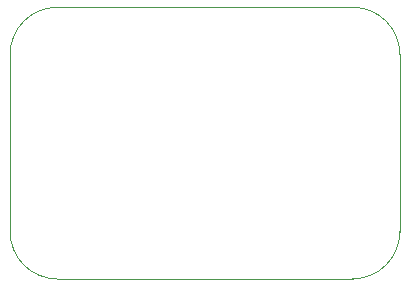
<source format=gbr>
G04 #@! TF.GenerationSoftware,KiCad,Pcbnew,(5.1.2-1)-1*
G04 #@! TF.CreationDate,2020-04-25T00:14:51+02:00*
G04 #@! TF.ProjectId,USB-C-USB-2.0,5553422d-432d-4555-9342-2d322e302e6b,rev?*
G04 #@! TF.SameCoordinates,Original*
G04 #@! TF.FileFunction,Profile,NP*
%FSLAX46Y46*%
G04 Gerber Fmt 4.6, Leading zero omitted, Abs format (unit mm)*
G04 Created by KiCad (PCBNEW (5.1.2-1)-1) date 2020-04-25 00:14:51*
%MOMM*%
%LPD*%
G04 APERTURE LIST*
%ADD10C,0.050000*%
G04 APERTURE END LIST*
D10*
X66800000Y-60400000D02*
G75*
G02X70800000Y-64400000I0J-4000000D01*
G01*
X37800000Y-64400000D02*
G75*
G02X41800000Y-60400000I4000000J0D01*
G01*
X41800000Y-83400000D02*
G75*
G02X37800000Y-79400000I0J4000000D01*
G01*
X70800000Y-79400000D02*
G75*
G02X66800000Y-83400000I-4000000J0D01*
G01*
X41800000Y-83400000D02*
X66800000Y-83400000D01*
X37800000Y-64400000D02*
X37800000Y-79400000D01*
X66800000Y-60400000D02*
X41800000Y-60400000D01*
X70800000Y-79400000D02*
X70800000Y-64400000D01*
M02*

</source>
